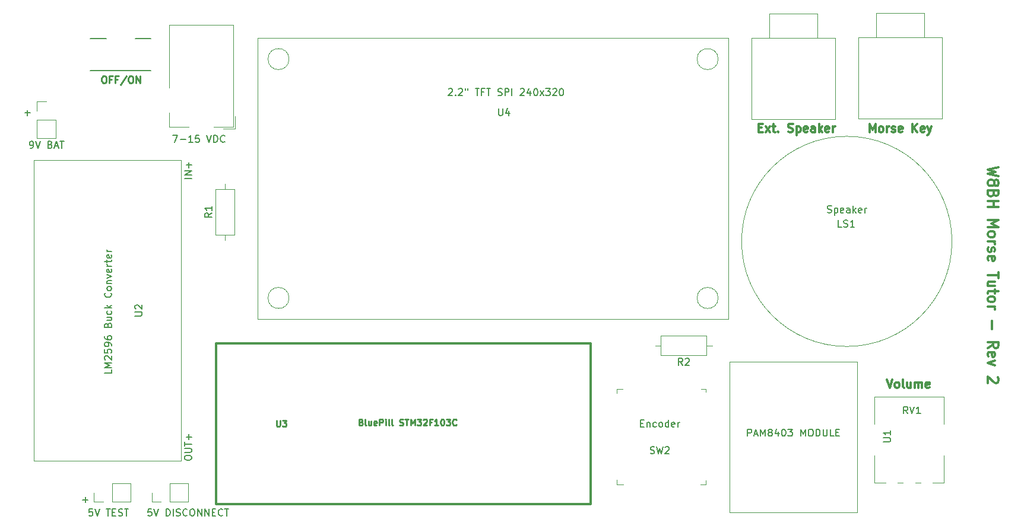
<source format=gbr>
G04 #@! TF.GenerationSoftware,KiCad,Pcbnew,(5.1.4)-1*
G04 #@! TF.CreationDate,2019-09-15T13:59:41-04:00*
G04 #@! TF.ProjectId,MorseTutor1,4d6f7273-6554-4757-946f-72312e6b6963,rev?*
G04 #@! TF.SameCoordinates,Original*
G04 #@! TF.FileFunction,Legend,Top*
G04 #@! TF.FilePolarity,Positive*
%FSLAX46Y46*%
G04 Gerber Fmt 4.6, Leading zero omitted, Abs format (unit mm)*
G04 Created by KiCad (PCBNEW (5.1.4)-1) date 2019-09-15 13:59:41*
%MOMM*%
%LPD*%
G04 APERTURE LIST*
%ADD10C,0.300000*%
%ADD11C,0.150000*%
%ADD12C,0.304800*%
%ADD13C,0.100000*%
%ADD14C,0.120000*%
%ADD15C,0.222250*%
%ADD16C,0.250000*%
G04 APERTURE END LIST*
D10*
X159385714Y-83842857D02*
X159785714Y-85042857D01*
X160185714Y-83842857D01*
X160757142Y-85042857D02*
X160642857Y-84985714D01*
X160585714Y-84928571D01*
X160528571Y-84814285D01*
X160528571Y-84471428D01*
X160585714Y-84357142D01*
X160642857Y-84300000D01*
X160757142Y-84242857D01*
X160928571Y-84242857D01*
X161042857Y-84300000D01*
X161100000Y-84357142D01*
X161157142Y-84471428D01*
X161157142Y-84814285D01*
X161100000Y-84928571D01*
X161042857Y-84985714D01*
X160928571Y-85042857D01*
X160757142Y-85042857D01*
X161842857Y-85042857D02*
X161728571Y-84985714D01*
X161671428Y-84871428D01*
X161671428Y-83842857D01*
X162814285Y-84242857D02*
X162814285Y-85042857D01*
X162300000Y-84242857D02*
X162300000Y-84871428D01*
X162357142Y-84985714D01*
X162471428Y-85042857D01*
X162642857Y-85042857D01*
X162757142Y-84985714D01*
X162814285Y-84928571D01*
X163385714Y-85042857D02*
X163385714Y-84242857D01*
X163385714Y-84357142D02*
X163442857Y-84300000D01*
X163557142Y-84242857D01*
X163728571Y-84242857D01*
X163842857Y-84300000D01*
X163900000Y-84414285D01*
X163900000Y-85042857D01*
X163900000Y-84414285D02*
X163957142Y-84300000D01*
X164071428Y-84242857D01*
X164242857Y-84242857D01*
X164357142Y-84300000D01*
X164414285Y-84414285D01*
X164414285Y-85042857D01*
X165442857Y-84985714D02*
X165328571Y-85042857D01*
X165100000Y-85042857D01*
X164985714Y-84985714D01*
X164928571Y-84871428D01*
X164928571Y-84414285D01*
X164985714Y-84300000D01*
X165100000Y-84242857D01*
X165328571Y-84242857D01*
X165442857Y-84300000D01*
X165500000Y-84414285D01*
X165500000Y-84528571D01*
X164928571Y-84642857D01*
X175321428Y-53571428D02*
X173821428Y-53928571D01*
X174892857Y-54214285D01*
X173821428Y-54500000D01*
X175321428Y-54857142D01*
X174678571Y-55642857D02*
X174750000Y-55500000D01*
X174821428Y-55428571D01*
X174964285Y-55357142D01*
X175035714Y-55357142D01*
X175178571Y-55428571D01*
X175250000Y-55500000D01*
X175321428Y-55642857D01*
X175321428Y-55928571D01*
X175250000Y-56071428D01*
X175178571Y-56142857D01*
X175035714Y-56214285D01*
X174964285Y-56214285D01*
X174821428Y-56142857D01*
X174750000Y-56071428D01*
X174678571Y-55928571D01*
X174678571Y-55642857D01*
X174607142Y-55500000D01*
X174535714Y-55428571D01*
X174392857Y-55357142D01*
X174107142Y-55357142D01*
X173964285Y-55428571D01*
X173892857Y-55500000D01*
X173821428Y-55642857D01*
X173821428Y-55928571D01*
X173892857Y-56071428D01*
X173964285Y-56142857D01*
X174107142Y-56214285D01*
X174392857Y-56214285D01*
X174535714Y-56142857D01*
X174607142Y-56071428D01*
X174678571Y-55928571D01*
X174607142Y-57357142D02*
X174535714Y-57571428D01*
X174464285Y-57642857D01*
X174321428Y-57714285D01*
X174107142Y-57714285D01*
X173964285Y-57642857D01*
X173892857Y-57571428D01*
X173821428Y-57428571D01*
X173821428Y-56857142D01*
X175321428Y-56857142D01*
X175321428Y-57357142D01*
X175250000Y-57500000D01*
X175178571Y-57571428D01*
X175035714Y-57642857D01*
X174892857Y-57642857D01*
X174750000Y-57571428D01*
X174678571Y-57500000D01*
X174607142Y-57357142D01*
X174607142Y-56857142D01*
X173821428Y-58357142D02*
X175321428Y-58357142D01*
X174607142Y-58357142D02*
X174607142Y-59214285D01*
X173821428Y-59214285D02*
X175321428Y-59214285D01*
X173821428Y-61071428D02*
X175321428Y-61071428D01*
X174250000Y-61571428D01*
X175321428Y-62071428D01*
X173821428Y-62071428D01*
X173821428Y-63000000D02*
X173892857Y-62857142D01*
X173964285Y-62785714D01*
X174107142Y-62714285D01*
X174535714Y-62714285D01*
X174678571Y-62785714D01*
X174750000Y-62857142D01*
X174821428Y-63000000D01*
X174821428Y-63214285D01*
X174750000Y-63357142D01*
X174678571Y-63428571D01*
X174535714Y-63500000D01*
X174107142Y-63500000D01*
X173964285Y-63428571D01*
X173892857Y-63357142D01*
X173821428Y-63214285D01*
X173821428Y-63000000D01*
X173821428Y-64142857D02*
X174821428Y-64142857D01*
X174535714Y-64142857D02*
X174678571Y-64214285D01*
X174750000Y-64285714D01*
X174821428Y-64428571D01*
X174821428Y-64571428D01*
X173892857Y-65000000D02*
X173821428Y-65142857D01*
X173821428Y-65428571D01*
X173892857Y-65571428D01*
X174035714Y-65642857D01*
X174107142Y-65642857D01*
X174250000Y-65571428D01*
X174321428Y-65428571D01*
X174321428Y-65214285D01*
X174392857Y-65071428D01*
X174535714Y-65000000D01*
X174607142Y-65000000D01*
X174750000Y-65071428D01*
X174821428Y-65214285D01*
X174821428Y-65428571D01*
X174750000Y-65571428D01*
X173892857Y-66857142D02*
X173821428Y-66714285D01*
X173821428Y-66428571D01*
X173892857Y-66285714D01*
X174035714Y-66214285D01*
X174607142Y-66214285D01*
X174750000Y-66285714D01*
X174821428Y-66428571D01*
X174821428Y-66714285D01*
X174750000Y-66857142D01*
X174607142Y-66928571D01*
X174464285Y-66928571D01*
X174321428Y-66214285D01*
X175321428Y-68500000D02*
X175321428Y-69357142D01*
X173821428Y-68928571D02*
X175321428Y-68928571D01*
X174821428Y-70500000D02*
X173821428Y-70500000D01*
X174821428Y-69857142D02*
X174035714Y-69857142D01*
X173892857Y-69928571D01*
X173821428Y-70071428D01*
X173821428Y-70285714D01*
X173892857Y-70428571D01*
X173964285Y-70500000D01*
X174821428Y-71000000D02*
X174821428Y-71571428D01*
X175321428Y-71214285D02*
X174035714Y-71214285D01*
X173892857Y-71285714D01*
X173821428Y-71428571D01*
X173821428Y-71571428D01*
X173821428Y-72285714D02*
X173892857Y-72142857D01*
X173964285Y-72071428D01*
X174107142Y-72000000D01*
X174535714Y-72000000D01*
X174678571Y-72071428D01*
X174750000Y-72142857D01*
X174821428Y-72285714D01*
X174821428Y-72500000D01*
X174750000Y-72642857D01*
X174678571Y-72714285D01*
X174535714Y-72785714D01*
X174107142Y-72785714D01*
X173964285Y-72714285D01*
X173892857Y-72642857D01*
X173821428Y-72500000D01*
X173821428Y-72285714D01*
X173821428Y-73428571D02*
X174821428Y-73428571D01*
X174535714Y-73428571D02*
X174678571Y-73500000D01*
X174750000Y-73571428D01*
X174821428Y-73714285D01*
X174821428Y-73857142D01*
X174392857Y-75500000D02*
X174392857Y-76642857D01*
X173821428Y-79357142D02*
X174535714Y-78857142D01*
X173821428Y-78500000D02*
X175321428Y-78500000D01*
X175321428Y-79071428D01*
X175250000Y-79214285D01*
X175178571Y-79285714D01*
X175035714Y-79357142D01*
X174821428Y-79357142D01*
X174678571Y-79285714D01*
X174607142Y-79214285D01*
X174535714Y-79071428D01*
X174535714Y-78500000D01*
X173892857Y-80571428D02*
X173821428Y-80428571D01*
X173821428Y-80142857D01*
X173892857Y-80000000D01*
X174035714Y-79928571D01*
X174607142Y-79928571D01*
X174750000Y-80000000D01*
X174821428Y-80142857D01*
X174821428Y-80428571D01*
X174750000Y-80571428D01*
X174607142Y-80642857D01*
X174464285Y-80642857D01*
X174321428Y-79928571D01*
X174821428Y-81142857D02*
X173821428Y-81500000D01*
X174821428Y-81857142D01*
X175178571Y-83500000D02*
X175250000Y-83571428D01*
X175321428Y-83714285D01*
X175321428Y-84071428D01*
X175250000Y-84214285D01*
X175178571Y-84285714D01*
X175035714Y-84357142D01*
X174892857Y-84357142D01*
X174678571Y-84285714D01*
X173821428Y-83428571D01*
X173821428Y-84357142D01*
D11*
X45465952Y-101036428D02*
X44704047Y-101036428D01*
X45085000Y-101417380D02*
X45085000Y-100655476D01*
X37210952Y-45791428D02*
X36449047Y-45791428D01*
X36830000Y-46172380D02*
X36830000Y-45410476D01*
D12*
X117140000Y-78660000D02*
X117140000Y-101660000D01*
X63740000Y-78660000D02*
X117140000Y-78660000D01*
X63740000Y-101660000D02*
X63740000Y-78660000D01*
X117140000Y-101660000D02*
X63740000Y-101660000D01*
D13*
X142650000Y-31600000D02*
X142650000Y-35100000D01*
X149450000Y-31600000D02*
X142650000Y-31600000D01*
X149450000Y-35100000D02*
X149450000Y-31600000D01*
X140050000Y-46700000D02*
X140050000Y-35100000D01*
X152050000Y-46700000D02*
X140050000Y-46700000D01*
X152050000Y-35100000D02*
X152050000Y-46700000D01*
X152050000Y-35100000D02*
X140050000Y-35100000D01*
X157890000Y-31500000D02*
X157890000Y-35000000D01*
X164690000Y-31500000D02*
X157890000Y-31500000D01*
X164690000Y-35000000D02*
X164690000Y-31500000D01*
X155290000Y-46600000D02*
X155290000Y-35000000D01*
X167290000Y-46600000D02*
X155290000Y-46600000D01*
X167290000Y-35000000D02*
X167290000Y-46600000D01*
X167290000Y-35000000D02*
X155290000Y-35000000D01*
X155150000Y-102825000D02*
X136950000Y-102825000D01*
X155150000Y-81325000D02*
X155150000Y-102825000D01*
X136950000Y-81325000D02*
X155150000Y-81325000D01*
X136950000Y-102825000D02*
X136950000Y-81325000D01*
D14*
X56995000Y-42190000D02*
X56995000Y-33190000D01*
X56995000Y-33190000D02*
X66195000Y-33190000D01*
X66195000Y-33190000D02*
X66195000Y-47790000D01*
X66195000Y-47790000D02*
X63395000Y-47790000D01*
X59795000Y-47790000D02*
X56995000Y-47790000D01*
X56995000Y-47790000D02*
X56995000Y-45790000D01*
X66435000Y-46290000D02*
X66435000Y-48030000D01*
X66435000Y-48030000D02*
X64695000Y-48030000D01*
X63630000Y-63190000D02*
X66370000Y-63190000D01*
X66370000Y-63190000D02*
X66370000Y-56650000D01*
X66370000Y-56650000D02*
X63630000Y-56650000D01*
X63630000Y-56650000D02*
X63630000Y-63190000D01*
X65000000Y-63960000D02*
X65000000Y-63190000D01*
X65000000Y-55880000D02*
X65000000Y-56650000D01*
X126380000Y-79000000D02*
X127150000Y-79000000D01*
X134460000Y-79000000D02*
X133690000Y-79000000D01*
X127150000Y-80370000D02*
X133690000Y-80370000D01*
X127150000Y-77630000D02*
X127150000Y-80370000D01*
X133690000Y-77630000D02*
X127150000Y-77630000D01*
X133690000Y-80370000D02*
X133690000Y-77630000D01*
D11*
X54370000Y-39765000D02*
X45770000Y-39765000D01*
X54370000Y-35165000D02*
X52170000Y-35165000D01*
X48070000Y-35165000D02*
X45770000Y-35165000D01*
D14*
X46295000Y-101330000D02*
X46295000Y-100000000D01*
X47625000Y-101330000D02*
X46295000Y-101330000D01*
X48895000Y-101330000D02*
X48895000Y-98670000D01*
X48895000Y-98670000D02*
X51495000Y-98670000D01*
X48895000Y-101330000D02*
X51495000Y-101330000D01*
X51495000Y-101330000D02*
X51495000Y-98670000D01*
X59750000Y-101330000D02*
X59750000Y-98670000D01*
X57150000Y-101330000D02*
X59750000Y-101330000D01*
X57150000Y-98670000D02*
X59750000Y-98670000D01*
X57150000Y-101330000D02*
X57150000Y-98670000D01*
X55880000Y-101330000D02*
X54550000Y-101330000D01*
X54550000Y-101330000D02*
X54550000Y-100000000D01*
X38170000Y-49370000D02*
X40830000Y-49370000D01*
X38170000Y-46770000D02*
X38170000Y-49370000D01*
X40830000Y-46770000D02*
X40830000Y-49370000D01*
X38170000Y-46770000D02*
X40830000Y-46770000D01*
X38170000Y-45500000D02*
X38170000Y-44170000D01*
X38170000Y-44170000D02*
X39500000Y-44170000D01*
D13*
X121775000Y-98825000D02*
X120825000Y-98825000D01*
X120825000Y-98825000D02*
X120825000Y-98150000D01*
X121675000Y-85175000D02*
X120825000Y-85175000D01*
X120825000Y-85175000D02*
X120825000Y-85850000D01*
X133575000Y-98250000D02*
X133575000Y-98825000D01*
X133575000Y-98825000D02*
X132775000Y-98825000D01*
X132875000Y-85175000D02*
X133575000Y-85175000D01*
X133575000Y-85175000D02*
X133575000Y-85675000D01*
X168670000Y-64135000D02*
G75*
G03X168670000Y-64135000I-15000000J0D01*
G01*
X58760000Y-52500000D02*
X58760000Y-95500000D01*
X58760000Y-95500000D02*
X37760000Y-95500000D01*
X37760000Y-95500000D02*
X37760000Y-52500000D01*
X37760000Y-52500000D02*
X58760000Y-52500000D01*
X69620000Y-35110000D02*
X136820000Y-35110000D01*
X136820000Y-35110000D02*
X136820000Y-75210000D01*
X136820000Y-75210000D02*
X69620000Y-75210000D01*
X69620000Y-75210000D02*
X69620000Y-35110000D01*
X74120000Y-38110000D02*
G75*
G03X74120000Y-38110000I-1500000J0D01*
G01*
X74120000Y-72210000D02*
G75*
G03X74120000Y-72210000I-1500000J0D01*
G01*
X135320000Y-38110000D02*
G75*
G03X135320000Y-38110000I-1500000J0D01*
G01*
X135320000Y-72210000D02*
G75*
G03X135320000Y-72210000I-1500000J0D01*
G01*
D14*
X157590000Y-98595000D02*
X157590000Y-94730000D01*
X157590000Y-90220000D02*
X157590000Y-86355000D01*
X167530000Y-98595000D02*
X167530000Y-94730000D01*
X167530000Y-90220000D02*
X167530000Y-86355000D01*
X157590000Y-98595000D02*
X159189000Y-98595000D01*
X160931000Y-98595000D02*
X161690000Y-98595000D01*
X163431000Y-98595000D02*
X164190000Y-98595000D01*
X165930000Y-98595000D02*
X167530000Y-98595000D01*
X157590000Y-86355000D02*
X167530000Y-86355000D01*
D11*
D15*
X72347666Y-89683166D02*
X72347666Y-90402833D01*
X72390000Y-90487500D01*
X72432333Y-90529833D01*
X72517000Y-90572166D01*
X72686333Y-90572166D01*
X72771000Y-90529833D01*
X72813333Y-90487500D01*
X72855666Y-90402833D01*
X72855666Y-89683166D01*
X73194333Y-89683166D02*
X73744666Y-89683166D01*
X73448333Y-90021833D01*
X73575333Y-90021833D01*
X73660000Y-90064166D01*
X73702333Y-90106500D01*
X73744666Y-90191166D01*
X73744666Y-90402833D01*
X73702333Y-90487500D01*
X73660000Y-90529833D01*
X73575333Y-90572166D01*
X73321333Y-90572166D01*
X73236666Y-90529833D01*
X73194333Y-90487500D01*
D12*
D15*
X84374833Y-89936500D02*
X84501833Y-89978833D01*
X84544166Y-90021166D01*
X84586500Y-90105833D01*
X84586500Y-90232833D01*
X84544166Y-90317500D01*
X84501833Y-90359833D01*
X84417166Y-90402166D01*
X84078500Y-90402166D01*
X84078500Y-89513166D01*
X84374833Y-89513166D01*
X84459500Y-89555500D01*
X84501833Y-89597833D01*
X84544166Y-89682500D01*
X84544166Y-89767166D01*
X84501833Y-89851833D01*
X84459500Y-89894166D01*
X84374833Y-89936500D01*
X84078500Y-89936500D01*
X85094500Y-90402166D02*
X85009833Y-90359833D01*
X84967500Y-90275166D01*
X84967500Y-89513166D01*
X85814166Y-89809500D02*
X85814166Y-90402166D01*
X85433166Y-89809500D02*
X85433166Y-90275166D01*
X85475500Y-90359833D01*
X85560166Y-90402166D01*
X85687166Y-90402166D01*
X85771833Y-90359833D01*
X85814166Y-90317500D01*
X86576166Y-90359833D02*
X86491500Y-90402166D01*
X86322166Y-90402166D01*
X86237500Y-90359833D01*
X86195166Y-90275166D01*
X86195166Y-89936500D01*
X86237500Y-89851833D01*
X86322166Y-89809500D01*
X86491500Y-89809500D01*
X86576166Y-89851833D01*
X86618500Y-89936500D01*
X86618500Y-90021166D01*
X86195166Y-90105833D01*
X86999500Y-90402166D02*
X86999500Y-89513166D01*
X87338166Y-89513166D01*
X87422833Y-89555500D01*
X87465166Y-89597833D01*
X87507500Y-89682500D01*
X87507500Y-89809500D01*
X87465166Y-89894166D01*
X87422833Y-89936500D01*
X87338166Y-89978833D01*
X86999500Y-89978833D01*
X87888500Y-90402166D02*
X87888500Y-89809500D01*
X87888500Y-89513166D02*
X87846166Y-89555500D01*
X87888500Y-89597833D01*
X87930833Y-89555500D01*
X87888500Y-89513166D01*
X87888500Y-89597833D01*
X88438833Y-90402166D02*
X88354166Y-90359833D01*
X88311833Y-90275166D01*
X88311833Y-89513166D01*
X88904500Y-90402166D02*
X88819833Y-90359833D01*
X88777500Y-90275166D01*
X88777500Y-89513166D01*
X89878166Y-90359833D02*
X90005166Y-90402166D01*
X90216833Y-90402166D01*
X90301500Y-90359833D01*
X90343833Y-90317500D01*
X90386166Y-90232833D01*
X90386166Y-90148166D01*
X90343833Y-90063500D01*
X90301500Y-90021166D01*
X90216833Y-89978833D01*
X90047500Y-89936500D01*
X89962833Y-89894166D01*
X89920500Y-89851833D01*
X89878166Y-89767166D01*
X89878166Y-89682500D01*
X89920500Y-89597833D01*
X89962833Y-89555500D01*
X90047500Y-89513166D01*
X90259166Y-89513166D01*
X90386166Y-89555500D01*
X90640166Y-89513166D02*
X91148166Y-89513166D01*
X90894166Y-90402166D02*
X90894166Y-89513166D01*
X91444500Y-90402166D02*
X91444500Y-89513166D01*
X91740833Y-90148166D01*
X92037166Y-89513166D01*
X92037166Y-90402166D01*
X92375833Y-89513166D02*
X92926166Y-89513166D01*
X92629833Y-89851833D01*
X92756833Y-89851833D01*
X92841500Y-89894166D01*
X92883833Y-89936500D01*
X92926166Y-90021166D01*
X92926166Y-90232833D01*
X92883833Y-90317500D01*
X92841500Y-90359833D01*
X92756833Y-90402166D01*
X92502833Y-90402166D01*
X92418166Y-90359833D01*
X92375833Y-90317500D01*
X93264833Y-89597833D02*
X93307166Y-89555500D01*
X93391833Y-89513166D01*
X93603500Y-89513166D01*
X93688166Y-89555500D01*
X93730500Y-89597833D01*
X93772833Y-89682500D01*
X93772833Y-89767166D01*
X93730500Y-89894166D01*
X93222500Y-90402166D01*
X93772833Y-90402166D01*
X94450166Y-89936500D02*
X94153833Y-89936500D01*
X94153833Y-90402166D02*
X94153833Y-89513166D01*
X94577166Y-89513166D01*
X95381500Y-90402166D02*
X94873500Y-90402166D01*
X95127500Y-90402166D02*
X95127500Y-89513166D01*
X95042833Y-89640166D01*
X94958166Y-89724833D01*
X94873500Y-89767166D01*
X95931833Y-89513166D02*
X96016500Y-89513166D01*
X96101166Y-89555500D01*
X96143500Y-89597833D01*
X96185833Y-89682500D01*
X96228166Y-89851833D01*
X96228166Y-90063500D01*
X96185833Y-90232833D01*
X96143500Y-90317500D01*
X96101166Y-90359833D01*
X96016500Y-90402166D01*
X95931833Y-90402166D01*
X95847166Y-90359833D01*
X95804833Y-90317500D01*
X95762500Y-90232833D01*
X95720166Y-90063500D01*
X95720166Y-89851833D01*
X95762500Y-89682500D01*
X95804833Y-89597833D01*
X95847166Y-89555500D01*
X95931833Y-89513166D01*
X96524500Y-89513166D02*
X97074833Y-89513166D01*
X96778500Y-89851833D01*
X96905500Y-89851833D01*
X96990166Y-89894166D01*
X97032500Y-89936500D01*
X97074833Y-90021166D01*
X97074833Y-90232833D01*
X97032500Y-90317500D01*
X96990166Y-90359833D01*
X96905500Y-90402166D01*
X96651500Y-90402166D01*
X96566833Y-90359833D01*
X96524500Y-90317500D01*
X97963833Y-90317500D02*
X97921500Y-90359833D01*
X97794500Y-90402166D01*
X97709833Y-90402166D01*
X97582833Y-90359833D01*
X97498166Y-90275166D01*
X97455833Y-90190500D01*
X97413500Y-90021166D01*
X97413500Y-89894166D01*
X97455833Y-89724833D01*
X97498166Y-89640166D01*
X97582833Y-89555500D01*
X97709833Y-89513166D01*
X97794500Y-89513166D01*
X97921500Y-89555500D01*
X97963833Y-89597833D01*
D11*
D10*
X141128571Y-47914285D02*
X141528571Y-47914285D01*
X141700000Y-48542857D02*
X141128571Y-48542857D01*
X141128571Y-47342857D01*
X141700000Y-47342857D01*
X142100000Y-48542857D02*
X142728571Y-47742857D01*
X142100000Y-47742857D02*
X142728571Y-48542857D01*
X143014285Y-47742857D02*
X143471428Y-47742857D01*
X143185714Y-47342857D02*
X143185714Y-48371428D01*
X143242857Y-48485714D01*
X143357142Y-48542857D01*
X143471428Y-48542857D01*
X143871428Y-48428571D02*
X143928571Y-48485714D01*
X143871428Y-48542857D01*
X143814285Y-48485714D01*
X143871428Y-48428571D01*
X143871428Y-48542857D01*
X145300000Y-48485714D02*
X145471428Y-48542857D01*
X145757142Y-48542857D01*
X145871428Y-48485714D01*
X145928571Y-48428571D01*
X145985714Y-48314285D01*
X145985714Y-48200000D01*
X145928571Y-48085714D01*
X145871428Y-48028571D01*
X145757142Y-47971428D01*
X145528571Y-47914285D01*
X145414285Y-47857142D01*
X145357142Y-47800000D01*
X145300000Y-47685714D01*
X145300000Y-47571428D01*
X145357142Y-47457142D01*
X145414285Y-47400000D01*
X145528571Y-47342857D01*
X145814285Y-47342857D01*
X145985714Y-47400000D01*
X146500000Y-47742857D02*
X146500000Y-48942857D01*
X146500000Y-47800000D02*
X146614285Y-47742857D01*
X146842857Y-47742857D01*
X146957142Y-47800000D01*
X147014285Y-47857142D01*
X147071428Y-47971428D01*
X147071428Y-48314285D01*
X147014285Y-48428571D01*
X146957142Y-48485714D01*
X146842857Y-48542857D01*
X146614285Y-48542857D01*
X146500000Y-48485714D01*
X148042857Y-48485714D02*
X147928571Y-48542857D01*
X147700000Y-48542857D01*
X147585714Y-48485714D01*
X147528571Y-48371428D01*
X147528571Y-47914285D01*
X147585714Y-47800000D01*
X147700000Y-47742857D01*
X147928571Y-47742857D01*
X148042857Y-47800000D01*
X148100000Y-47914285D01*
X148100000Y-48028571D01*
X147528571Y-48142857D01*
X149128571Y-48542857D02*
X149128571Y-47914285D01*
X149071428Y-47800000D01*
X148957142Y-47742857D01*
X148728571Y-47742857D01*
X148614285Y-47800000D01*
X149128571Y-48485714D02*
X149014285Y-48542857D01*
X148728571Y-48542857D01*
X148614285Y-48485714D01*
X148557142Y-48371428D01*
X148557142Y-48257142D01*
X148614285Y-48142857D01*
X148728571Y-48085714D01*
X149014285Y-48085714D01*
X149128571Y-48028571D01*
X149700000Y-48542857D02*
X149700000Y-47342857D01*
X149814285Y-48085714D02*
X150157142Y-48542857D01*
X150157142Y-47742857D02*
X149700000Y-48200000D01*
X151128571Y-48485714D02*
X151014285Y-48542857D01*
X150785714Y-48542857D01*
X150671428Y-48485714D01*
X150614285Y-48371428D01*
X150614285Y-47914285D01*
X150671428Y-47800000D01*
X150785714Y-47742857D01*
X151014285Y-47742857D01*
X151128571Y-47800000D01*
X151185714Y-47914285D01*
X151185714Y-48028571D01*
X150614285Y-48142857D01*
X151700000Y-48542857D02*
X151700000Y-47742857D01*
X151700000Y-47971428D02*
X151757142Y-47857142D01*
X151814285Y-47800000D01*
X151928571Y-47742857D01*
X152042857Y-47742857D01*
X156947142Y-48542857D02*
X156947142Y-47342857D01*
X157347142Y-48200000D01*
X157747142Y-47342857D01*
X157747142Y-48542857D01*
X158490000Y-48542857D02*
X158375714Y-48485714D01*
X158318571Y-48428571D01*
X158261428Y-48314285D01*
X158261428Y-47971428D01*
X158318571Y-47857142D01*
X158375714Y-47800000D01*
X158490000Y-47742857D01*
X158661428Y-47742857D01*
X158775714Y-47800000D01*
X158832857Y-47857142D01*
X158890000Y-47971428D01*
X158890000Y-48314285D01*
X158832857Y-48428571D01*
X158775714Y-48485714D01*
X158661428Y-48542857D01*
X158490000Y-48542857D01*
X159404285Y-48542857D02*
X159404285Y-47742857D01*
X159404285Y-47971428D02*
X159461428Y-47857142D01*
X159518571Y-47800000D01*
X159632857Y-47742857D01*
X159747142Y-47742857D01*
X160090000Y-48485714D02*
X160204285Y-48542857D01*
X160432857Y-48542857D01*
X160547142Y-48485714D01*
X160604285Y-48371428D01*
X160604285Y-48314285D01*
X160547142Y-48200000D01*
X160432857Y-48142857D01*
X160261428Y-48142857D01*
X160147142Y-48085714D01*
X160090000Y-47971428D01*
X160090000Y-47914285D01*
X160147142Y-47800000D01*
X160261428Y-47742857D01*
X160432857Y-47742857D01*
X160547142Y-47800000D01*
X161575714Y-48485714D02*
X161461428Y-48542857D01*
X161232857Y-48542857D01*
X161118571Y-48485714D01*
X161061428Y-48371428D01*
X161061428Y-47914285D01*
X161118571Y-47800000D01*
X161232857Y-47742857D01*
X161461428Y-47742857D01*
X161575714Y-47800000D01*
X161632857Y-47914285D01*
X161632857Y-48028571D01*
X161061428Y-48142857D01*
X163061428Y-48542857D02*
X163061428Y-47342857D01*
X163747142Y-48542857D02*
X163232857Y-47857142D01*
X163747142Y-47342857D02*
X163061428Y-48028571D01*
X164718571Y-48485714D02*
X164604285Y-48542857D01*
X164375714Y-48542857D01*
X164261428Y-48485714D01*
X164204285Y-48371428D01*
X164204285Y-47914285D01*
X164261428Y-47800000D01*
X164375714Y-47742857D01*
X164604285Y-47742857D01*
X164718571Y-47800000D01*
X164775714Y-47914285D01*
X164775714Y-48028571D01*
X164204285Y-48142857D01*
X165175714Y-47742857D02*
X165461428Y-48542857D01*
X165747142Y-47742857D02*
X165461428Y-48542857D01*
X165347142Y-48828571D01*
X165290000Y-48885714D01*
X165175714Y-48942857D01*
D11*
X158902380Y-92736904D02*
X159711904Y-92736904D01*
X159807142Y-92689285D01*
X159854761Y-92641666D01*
X159902380Y-92546428D01*
X159902380Y-92355952D01*
X159854761Y-92260714D01*
X159807142Y-92213095D01*
X159711904Y-92165476D01*
X158902380Y-92165476D01*
X159902380Y-91165476D02*
X159902380Y-91736904D01*
X159902380Y-91451190D02*
X158902380Y-91451190D01*
X159045238Y-91546428D01*
X159140476Y-91641666D01*
X159188095Y-91736904D01*
X139526190Y-91937380D02*
X139526190Y-90937380D01*
X139907142Y-90937380D01*
X140002380Y-90985000D01*
X140050000Y-91032619D01*
X140097619Y-91127857D01*
X140097619Y-91270714D01*
X140050000Y-91365952D01*
X140002380Y-91413571D01*
X139907142Y-91461190D01*
X139526190Y-91461190D01*
X140478571Y-91651666D02*
X140954761Y-91651666D01*
X140383333Y-91937380D02*
X140716666Y-90937380D01*
X141050000Y-91937380D01*
X141383333Y-91937380D02*
X141383333Y-90937380D01*
X141716666Y-91651666D01*
X142050000Y-90937380D01*
X142050000Y-91937380D01*
X142669047Y-91365952D02*
X142573809Y-91318333D01*
X142526190Y-91270714D01*
X142478571Y-91175476D01*
X142478571Y-91127857D01*
X142526190Y-91032619D01*
X142573809Y-90985000D01*
X142669047Y-90937380D01*
X142859523Y-90937380D01*
X142954761Y-90985000D01*
X143002380Y-91032619D01*
X143050000Y-91127857D01*
X143050000Y-91175476D01*
X143002380Y-91270714D01*
X142954761Y-91318333D01*
X142859523Y-91365952D01*
X142669047Y-91365952D01*
X142573809Y-91413571D01*
X142526190Y-91461190D01*
X142478571Y-91556428D01*
X142478571Y-91746904D01*
X142526190Y-91842142D01*
X142573809Y-91889761D01*
X142669047Y-91937380D01*
X142859523Y-91937380D01*
X142954761Y-91889761D01*
X143002380Y-91842142D01*
X143050000Y-91746904D01*
X143050000Y-91556428D01*
X143002380Y-91461190D01*
X142954761Y-91413571D01*
X142859523Y-91365952D01*
X143907142Y-91270714D02*
X143907142Y-91937380D01*
X143669047Y-90889761D02*
X143430952Y-91604047D01*
X144050000Y-91604047D01*
X144621428Y-90937380D02*
X144716666Y-90937380D01*
X144811904Y-90985000D01*
X144859523Y-91032619D01*
X144907142Y-91127857D01*
X144954761Y-91318333D01*
X144954761Y-91556428D01*
X144907142Y-91746904D01*
X144859523Y-91842142D01*
X144811904Y-91889761D01*
X144716666Y-91937380D01*
X144621428Y-91937380D01*
X144526190Y-91889761D01*
X144478571Y-91842142D01*
X144430952Y-91746904D01*
X144383333Y-91556428D01*
X144383333Y-91318333D01*
X144430952Y-91127857D01*
X144478571Y-91032619D01*
X144526190Y-90985000D01*
X144621428Y-90937380D01*
X145288095Y-90937380D02*
X145907142Y-90937380D01*
X145573809Y-91318333D01*
X145716666Y-91318333D01*
X145811904Y-91365952D01*
X145859523Y-91413571D01*
X145907142Y-91508809D01*
X145907142Y-91746904D01*
X145859523Y-91842142D01*
X145811904Y-91889761D01*
X145716666Y-91937380D01*
X145430952Y-91937380D01*
X145335714Y-91889761D01*
X145288095Y-91842142D01*
X147097619Y-91937380D02*
X147097619Y-90937380D01*
X147430952Y-91651666D01*
X147764285Y-90937380D01*
X147764285Y-91937380D01*
X148430952Y-90937380D02*
X148621428Y-90937380D01*
X148716666Y-90985000D01*
X148811904Y-91080238D01*
X148859523Y-91270714D01*
X148859523Y-91604047D01*
X148811904Y-91794523D01*
X148716666Y-91889761D01*
X148621428Y-91937380D01*
X148430952Y-91937380D01*
X148335714Y-91889761D01*
X148240476Y-91794523D01*
X148192857Y-91604047D01*
X148192857Y-91270714D01*
X148240476Y-91080238D01*
X148335714Y-90985000D01*
X148430952Y-90937380D01*
X149288095Y-91937380D02*
X149288095Y-90937380D01*
X149526190Y-90937380D01*
X149669047Y-90985000D01*
X149764285Y-91080238D01*
X149811904Y-91175476D01*
X149859523Y-91365952D01*
X149859523Y-91508809D01*
X149811904Y-91699285D01*
X149764285Y-91794523D01*
X149669047Y-91889761D01*
X149526190Y-91937380D01*
X149288095Y-91937380D01*
X150288095Y-90937380D02*
X150288095Y-91746904D01*
X150335714Y-91842142D01*
X150383333Y-91889761D01*
X150478571Y-91937380D01*
X150669047Y-91937380D01*
X150764285Y-91889761D01*
X150811904Y-91842142D01*
X150859523Y-91746904D01*
X150859523Y-90937380D01*
X151811904Y-91937380D02*
X151335714Y-91937380D01*
X151335714Y-90937380D01*
X152145238Y-91413571D02*
X152478571Y-91413571D01*
X152621428Y-91937380D02*
X152145238Y-91937380D01*
X152145238Y-90937380D01*
X152621428Y-90937380D01*
X57570714Y-48982380D02*
X58237380Y-48982380D01*
X57808809Y-49982380D01*
X58618333Y-49601428D02*
X59380238Y-49601428D01*
X60380238Y-49982380D02*
X59808809Y-49982380D01*
X60094523Y-49982380D02*
X60094523Y-48982380D01*
X59999285Y-49125238D01*
X59904047Y-49220476D01*
X59808809Y-49268095D01*
X61285000Y-48982380D02*
X60808809Y-48982380D01*
X60761190Y-49458571D01*
X60808809Y-49410952D01*
X60904047Y-49363333D01*
X61142142Y-49363333D01*
X61237380Y-49410952D01*
X61285000Y-49458571D01*
X61332619Y-49553809D01*
X61332619Y-49791904D01*
X61285000Y-49887142D01*
X61237380Y-49934761D01*
X61142142Y-49982380D01*
X60904047Y-49982380D01*
X60808809Y-49934761D01*
X60761190Y-49887142D01*
X62380238Y-48982380D02*
X62713571Y-49982380D01*
X63046904Y-48982380D01*
X63380238Y-49982380D02*
X63380238Y-48982380D01*
X63618333Y-48982380D01*
X63761190Y-49030000D01*
X63856428Y-49125238D01*
X63904047Y-49220476D01*
X63951666Y-49410952D01*
X63951666Y-49553809D01*
X63904047Y-49744285D01*
X63856428Y-49839523D01*
X63761190Y-49934761D01*
X63618333Y-49982380D01*
X63380238Y-49982380D01*
X64951666Y-49887142D02*
X64904047Y-49934761D01*
X64761190Y-49982380D01*
X64665952Y-49982380D01*
X64523095Y-49934761D01*
X64427857Y-49839523D01*
X64380238Y-49744285D01*
X64332619Y-49553809D01*
X64332619Y-49410952D01*
X64380238Y-49220476D01*
X64427857Y-49125238D01*
X64523095Y-49030000D01*
X64665952Y-48982380D01*
X64761190Y-48982380D01*
X64904047Y-49030000D01*
X64951666Y-49077619D01*
X63082380Y-60086666D02*
X62606190Y-60420000D01*
X63082380Y-60658095D02*
X62082380Y-60658095D01*
X62082380Y-60277142D01*
X62130000Y-60181904D01*
X62177619Y-60134285D01*
X62272857Y-60086666D01*
X62415714Y-60086666D01*
X62510952Y-60134285D01*
X62558571Y-60181904D01*
X62606190Y-60277142D01*
X62606190Y-60658095D01*
X63082380Y-59134285D02*
X63082380Y-59705714D01*
X63082380Y-59420000D02*
X62082380Y-59420000D01*
X62225238Y-59515238D01*
X62320476Y-59610476D01*
X62368095Y-59705714D01*
X130253333Y-81822380D02*
X129920000Y-81346190D01*
X129681904Y-81822380D02*
X129681904Y-80822380D01*
X130062857Y-80822380D01*
X130158095Y-80870000D01*
X130205714Y-80917619D01*
X130253333Y-81012857D01*
X130253333Y-81155714D01*
X130205714Y-81250952D01*
X130158095Y-81298571D01*
X130062857Y-81346190D01*
X129681904Y-81346190D01*
X130634285Y-80917619D02*
X130681904Y-80870000D01*
X130777142Y-80822380D01*
X131015238Y-80822380D01*
X131110476Y-80870000D01*
X131158095Y-80917619D01*
X131205714Y-81012857D01*
X131205714Y-81108095D01*
X131158095Y-81250952D01*
X130586666Y-81822380D01*
X131205714Y-81822380D01*
D16*
X47641190Y-40517380D02*
X47831666Y-40517380D01*
X47926904Y-40565000D01*
X48022142Y-40660238D01*
X48069761Y-40850714D01*
X48069761Y-41184047D01*
X48022142Y-41374523D01*
X47926904Y-41469761D01*
X47831666Y-41517380D01*
X47641190Y-41517380D01*
X47545952Y-41469761D01*
X47450714Y-41374523D01*
X47403095Y-41184047D01*
X47403095Y-40850714D01*
X47450714Y-40660238D01*
X47545952Y-40565000D01*
X47641190Y-40517380D01*
X48831666Y-40993571D02*
X48498333Y-40993571D01*
X48498333Y-41517380D02*
X48498333Y-40517380D01*
X48974523Y-40517380D01*
X49688809Y-40993571D02*
X49355476Y-40993571D01*
X49355476Y-41517380D02*
X49355476Y-40517380D01*
X49831666Y-40517380D01*
X50926904Y-40469761D02*
X50069761Y-41755476D01*
X51450714Y-40517380D02*
X51641190Y-40517380D01*
X51736428Y-40565000D01*
X51831666Y-40660238D01*
X51879285Y-40850714D01*
X51879285Y-41184047D01*
X51831666Y-41374523D01*
X51736428Y-41469761D01*
X51641190Y-41517380D01*
X51450714Y-41517380D01*
X51355476Y-41469761D01*
X51260238Y-41374523D01*
X51212619Y-41184047D01*
X51212619Y-40850714D01*
X51260238Y-40660238D01*
X51355476Y-40565000D01*
X51450714Y-40517380D01*
X52307857Y-41517380D02*
X52307857Y-40517380D01*
X52879285Y-41517380D01*
X52879285Y-40517380D01*
D11*
X46083095Y-102322380D02*
X45606904Y-102322380D01*
X45559285Y-102798571D01*
X45606904Y-102750952D01*
X45702142Y-102703333D01*
X45940238Y-102703333D01*
X46035476Y-102750952D01*
X46083095Y-102798571D01*
X46130714Y-102893809D01*
X46130714Y-103131904D01*
X46083095Y-103227142D01*
X46035476Y-103274761D01*
X45940238Y-103322380D01*
X45702142Y-103322380D01*
X45606904Y-103274761D01*
X45559285Y-103227142D01*
X46416428Y-102322380D02*
X46749761Y-103322380D01*
X47083095Y-102322380D01*
X48035476Y-102322380D02*
X48606904Y-102322380D01*
X48321190Y-103322380D02*
X48321190Y-102322380D01*
X48940238Y-102798571D02*
X49273571Y-102798571D01*
X49416428Y-103322380D02*
X48940238Y-103322380D01*
X48940238Y-102322380D01*
X49416428Y-102322380D01*
X49797380Y-103274761D02*
X49940238Y-103322380D01*
X50178333Y-103322380D01*
X50273571Y-103274761D01*
X50321190Y-103227142D01*
X50368809Y-103131904D01*
X50368809Y-103036666D01*
X50321190Y-102941428D01*
X50273571Y-102893809D01*
X50178333Y-102846190D01*
X49987857Y-102798571D01*
X49892619Y-102750952D01*
X49845000Y-102703333D01*
X49797380Y-102608095D01*
X49797380Y-102512857D01*
X49845000Y-102417619D01*
X49892619Y-102370000D01*
X49987857Y-102322380D01*
X50225952Y-102322380D01*
X50368809Y-102370000D01*
X50654523Y-102322380D02*
X51225952Y-102322380D01*
X50940238Y-103322380D02*
X50940238Y-102322380D01*
X54499523Y-102322380D02*
X54023333Y-102322380D01*
X53975714Y-102798571D01*
X54023333Y-102750952D01*
X54118571Y-102703333D01*
X54356666Y-102703333D01*
X54451904Y-102750952D01*
X54499523Y-102798571D01*
X54547142Y-102893809D01*
X54547142Y-103131904D01*
X54499523Y-103227142D01*
X54451904Y-103274761D01*
X54356666Y-103322380D01*
X54118571Y-103322380D01*
X54023333Y-103274761D01*
X53975714Y-103227142D01*
X54832857Y-102322380D02*
X55166190Y-103322380D01*
X55499523Y-102322380D01*
X56594761Y-103322380D02*
X56594761Y-102322380D01*
X56832857Y-102322380D01*
X56975714Y-102370000D01*
X57070952Y-102465238D01*
X57118571Y-102560476D01*
X57166190Y-102750952D01*
X57166190Y-102893809D01*
X57118571Y-103084285D01*
X57070952Y-103179523D01*
X56975714Y-103274761D01*
X56832857Y-103322380D01*
X56594761Y-103322380D01*
X57594761Y-103322380D02*
X57594761Y-102322380D01*
X58023333Y-103274761D02*
X58166190Y-103322380D01*
X58404285Y-103322380D01*
X58499523Y-103274761D01*
X58547142Y-103227142D01*
X58594761Y-103131904D01*
X58594761Y-103036666D01*
X58547142Y-102941428D01*
X58499523Y-102893809D01*
X58404285Y-102846190D01*
X58213809Y-102798571D01*
X58118571Y-102750952D01*
X58070952Y-102703333D01*
X58023333Y-102608095D01*
X58023333Y-102512857D01*
X58070952Y-102417619D01*
X58118571Y-102370000D01*
X58213809Y-102322380D01*
X58451904Y-102322380D01*
X58594761Y-102370000D01*
X59594761Y-103227142D02*
X59547142Y-103274761D01*
X59404285Y-103322380D01*
X59309047Y-103322380D01*
X59166190Y-103274761D01*
X59070952Y-103179523D01*
X59023333Y-103084285D01*
X58975714Y-102893809D01*
X58975714Y-102750952D01*
X59023333Y-102560476D01*
X59070952Y-102465238D01*
X59166190Y-102370000D01*
X59309047Y-102322380D01*
X59404285Y-102322380D01*
X59547142Y-102370000D01*
X59594761Y-102417619D01*
X60213809Y-102322380D02*
X60404285Y-102322380D01*
X60499523Y-102370000D01*
X60594761Y-102465238D01*
X60642380Y-102655714D01*
X60642380Y-102989047D01*
X60594761Y-103179523D01*
X60499523Y-103274761D01*
X60404285Y-103322380D01*
X60213809Y-103322380D01*
X60118571Y-103274761D01*
X60023333Y-103179523D01*
X59975714Y-102989047D01*
X59975714Y-102655714D01*
X60023333Y-102465238D01*
X60118571Y-102370000D01*
X60213809Y-102322380D01*
X61070952Y-103322380D02*
X61070952Y-102322380D01*
X61642380Y-103322380D01*
X61642380Y-102322380D01*
X62118571Y-103322380D02*
X62118571Y-102322380D01*
X62690000Y-103322380D01*
X62690000Y-102322380D01*
X63166190Y-102798571D02*
X63499523Y-102798571D01*
X63642380Y-103322380D02*
X63166190Y-103322380D01*
X63166190Y-102322380D01*
X63642380Y-102322380D01*
X64642380Y-103227142D02*
X64594761Y-103274761D01*
X64451904Y-103322380D01*
X64356666Y-103322380D01*
X64213809Y-103274761D01*
X64118571Y-103179523D01*
X64070952Y-103084285D01*
X64023333Y-102893809D01*
X64023333Y-102750952D01*
X64070952Y-102560476D01*
X64118571Y-102465238D01*
X64213809Y-102370000D01*
X64356666Y-102322380D01*
X64451904Y-102322380D01*
X64594761Y-102370000D01*
X64642380Y-102417619D01*
X64928095Y-102322380D02*
X65499523Y-102322380D01*
X65213809Y-103322380D02*
X65213809Y-102322380D01*
X37190476Y-50822380D02*
X37380952Y-50822380D01*
X37476190Y-50774761D01*
X37523809Y-50727142D01*
X37619047Y-50584285D01*
X37666666Y-50393809D01*
X37666666Y-50012857D01*
X37619047Y-49917619D01*
X37571428Y-49870000D01*
X37476190Y-49822380D01*
X37285714Y-49822380D01*
X37190476Y-49870000D01*
X37142857Y-49917619D01*
X37095238Y-50012857D01*
X37095238Y-50250952D01*
X37142857Y-50346190D01*
X37190476Y-50393809D01*
X37285714Y-50441428D01*
X37476190Y-50441428D01*
X37571428Y-50393809D01*
X37619047Y-50346190D01*
X37666666Y-50250952D01*
X37952380Y-49822380D02*
X38285714Y-50822380D01*
X38619047Y-49822380D01*
X40047619Y-50298571D02*
X40190476Y-50346190D01*
X40238095Y-50393809D01*
X40285714Y-50489047D01*
X40285714Y-50631904D01*
X40238095Y-50727142D01*
X40190476Y-50774761D01*
X40095238Y-50822380D01*
X39714285Y-50822380D01*
X39714285Y-49822380D01*
X40047619Y-49822380D01*
X40142857Y-49870000D01*
X40190476Y-49917619D01*
X40238095Y-50012857D01*
X40238095Y-50108095D01*
X40190476Y-50203333D01*
X40142857Y-50250952D01*
X40047619Y-50298571D01*
X39714285Y-50298571D01*
X40666666Y-50536666D02*
X41142857Y-50536666D01*
X40571428Y-50822380D02*
X40904761Y-49822380D01*
X41238095Y-50822380D01*
X41428571Y-49822380D02*
X42000000Y-49822380D01*
X41714285Y-50822380D02*
X41714285Y-49822380D01*
X125666666Y-94384761D02*
X125809523Y-94432380D01*
X126047619Y-94432380D01*
X126142857Y-94384761D01*
X126190476Y-94337142D01*
X126238095Y-94241904D01*
X126238095Y-94146666D01*
X126190476Y-94051428D01*
X126142857Y-94003809D01*
X126047619Y-93956190D01*
X125857142Y-93908571D01*
X125761904Y-93860952D01*
X125714285Y-93813333D01*
X125666666Y-93718095D01*
X125666666Y-93622857D01*
X125714285Y-93527619D01*
X125761904Y-93480000D01*
X125857142Y-93432380D01*
X126095238Y-93432380D01*
X126238095Y-93480000D01*
X126571428Y-93432380D02*
X126809523Y-94432380D01*
X127000000Y-93718095D01*
X127190476Y-94432380D01*
X127428571Y-93432380D01*
X127761904Y-93527619D02*
X127809523Y-93480000D01*
X127904761Y-93432380D01*
X128142857Y-93432380D01*
X128238095Y-93480000D01*
X128285714Y-93527619D01*
X128333333Y-93622857D01*
X128333333Y-93718095D01*
X128285714Y-93860952D01*
X127714285Y-94432380D01*
X128333333Y-94432380D01*
X124261904Y-90098571D02*
X124595238Y-90098571D01*
X124738095Y-90622380D02*
X124261904Y-90622380D01*
X124261904Y-89622380D01*
X124738095Y-89622380D01*
X125166666Y-89955714D02*
X125166666Y-90622380D01*
X125166666Y-90050952D02*
X125214285Y-90003333D01*
X125309523Y-89955714D01*
X125452380Y-89955714D01*
X125547619Y-90003333D01*
X125595238Y-90098571D01*
X125595238Y-90622380D01*
X126500000Y-90574761D02*
X126404761Y-90622380D01*
X126214285Y-90622380D01*
X126119047Y-90574761D01*
X126071428Y-90527142D01*
X126023809Y-90431904D01*
X126023809Y-90146190D01*
X126071428Y-90050952D01*
X126119047Y-90003333D01*
X126214285Y-89955714D01*
X126404761Y-89955714D01*
X126500000Y-90003333D01*
X127071428Y-90622380D02*
X126976190Y-90574761D01*
X126928571Y-90527142D01*
X126880952Y-90431904D01*
X126880952Y-90146190D01*
X126928571Y-90050952D01*
X126976190Y-90003333D01*
X127071428Y-89955714D01*
X127214285Y-89955714D01*
X127309523Y-90003333D01*
X127357142Y-90050952D01*
X127404761Y-90146190D01*
X127404761Y-90431904D01*
X127357142Y-90527142D01*
X127309523Y-90574761D01*
X127214285Y-90622380D01*
X127071428Y-90622380D01*
X128261904Y-90622380D02*
X128261904Y-89622380D01*
X128261904Y-90574761D02*
X128166666Y-90622380D01*
X127976190Y-90622380D01*
X127880952Y-90574761D01*
X127833333Y-90527142D01*
X127785714Y-90431904D01*
X127785714Y-90146190D01*
X127833333Y-90050952D01*
X127880952Y-90003333D01*
X127976190Y-89955714D01*
X128166666Y-89955714D01*
X128261904Y-90003333D01*
X129119047Y-90574761D02*
X129023809Y-90622380D01*
X128833333Y-90622380D01*
X128738095Y-90574761D01*
X128690476Y-90479523D01*
X128690476Y-90098571D01*
X128738095Y-90003333D01*
X128833333Y-89955714D01*
X129023809Y-89955714D01*
X129119047Y-90003333D01*
X129166666Y-90098571D01*
X129166666Y-90193809D01*
X128690476Y-90289047D01*
X129595238Y-90622380D02*
X129595238Y-89955714D01*
X129595238Y-90146190D02*
X129642857Y-90050952D01*
X129690476Y-90003333D01*
X129785714Y-89955714D01*
X129880952Y-89955714D01*
X152947142Y-62087380D02*
X152470952Y-62087380D01*
X152470952Y-61087380D01*
X153232857Y-62039761D02*
X153375714Y-62087380D01*
X153613809Y-62087380D01*
X153709047Y-62039761D01*
X153756666Y-61992142D01*
X153804285Y-61896904D01*
X153804285Y-61801666D01*
X153756666Y-61706428D01*
X153709047Y-61658809D01*
X153613809Y-61611190D01*
X153423333Y-61563571D01*
X153328095Y-61515952D01*
X153280476Y-61468333D01*
X153232857Y-61373095D01*
X153232857Y-61277857D01*
X153280476Y-61182619D01*
X153328095Y-61135000D01*
X153423333Y-61087380D01*
X153661428Y-61087380D01*
X153804285Y-61135000D01*
X154756666Y-62087380D02*
X154185238Y-62087380D01*
X154470952Y-62087380D02*
X154470952Y-61087380D01*
X154375714Y-61230238D01*
X154280476Y-61325476D01*
X154185238Y-61373095D01*
X150908095Y-59999761D02*
X151050952Y-60047380D01*
X151289047Y-60047380D01*
X151384285Y-59999761D01*
X151431904Y-59952142D01*
X151479523Y-59856904D01*
X151479523Y-59761666D01*
X151431904Y-59666428D01*
X151384285Y-59618809D01*
X151289047Y-59571190D01*
X151098571Y-59523571D01*
X151003333Y-59475952D01*
X150955714Y-59428333D01*
X150908095Y-59333095D01*
X150908095Y-59237857D01*
X150955714Y-59142619D01*
X151003333Y-59095000D01*
X151098571Y-59047380D01*
X151336666Y-59047380D01*
X151479523Y-59095000D01*
X151908095Y-59380714D02*
X151908095Y-60380714D01*
X151908095Y-59428333D02*
X152003333Y-59380714D01*
X152193809Y-59380714D01*
X152289047Y-59428333D01*
X152336666Y-59475952D01*
X152384285Y-59571190D01*
X152384285Y-59856904D01*
X152336666Y-59952142D01*
X152289047Y-59999761D01*
X152193809Y-60047380D01*
X152003333Y-60047380D01*
X151908095Y-59999761D01*
X153193809Y-59999761D02*
X153098571Y-60047380D01*
X152908095Y-60047380D01*
X152812857Y-59999761D01*
X152765238Y-59904523D01*
X152765238Y-59523571D01*
X152812857Y-59428333D01*
X152908095Y-59380714D01*
X153098571Y-59380714D01*
X153193809Y-59428333D01*
X153241428Y-59523571D01*
X153241428Y-59618809D01*
X152765238Y-59714047D01*
X154098571Y-60047380D02*
X154098571Y-59523571D01*
X154050952Y-59428333D01*
X153955714Y-59380714D01*
X153765238Y-59380714D01*
X153670000Y-59428333D01*
X154098571Y-59999761D02*
X154003333Y-60047380D01*
X153765238Y-60047380D01*
X153670000Y-59999761D01*
X153622380Y-59904523D01*
X153622380Y-59809285D01*
X153670000Y-59714047D01*
X153765238Y-59666428D01*
X154003333Y-59666428D01*
X154098571Y-59618809D01*
X154574761Y-60047380D02*
X154574761Y-59047380D01*
X154670000Y-59666428D02*
X154955714Y-60047380D01*
X154955714Y-59380714D02*
X154574761Y-59761666D01*
X155765238Y-59999761D02*
X155670000Y-60047380D01*
X155479523Y-60047380D01*
X155384285Y-59999761D01*
X155336666Y-59904523D01*
X155336666Y-59523571D01*
X155384285Y-59428333D01*
X155479523Y-59380714D01*
X155670000Y-59380714D01*
X155765238Y-59428333D01*
X155812857Y-59523571D01*
X155812857Y-59618809D01*
X155336666Y-59714047D01*
X156241428Y-60047380D02*
X156241428Y-59380714D01*
X156241428Y-59571190D02*
X156289047Y-59475952D01*
X156336666Y-59428333D01*
X156431904Y-59380714D01*
X156527142Y-59380714D01*
X52157380Y-74761904D02*
X52966904Y-74761904D01*
X53062142Y-74714285D01*
X53109761Y-74666666D01*
X53157380Y-74571428D01*
X53157380Y-74380952D01*
X53109761Y-74285714D01*
X53062142Y-74238095D01*
X52966904Y-74190476D01*
X52157380Y-74190476D01*
X52252619Y-73761904D02*
X52205000Y-73714285D01*
X52157380Y-73619047D01*
X52157380Y-73380952D01*
X52205000Y-73285714D01*
X52252619Y-73238095D01*
X52347857Y-73190476D01*
X52443095Y-73190476D01*
X52585952Y-73238095D01*
X53157380Y-73809523D01*
X53157380Y-73190476D01*
X60212380Y-55142857D02*
X59212380Y-55142857D01*
X60212380Y-54666666D02*
X59212380Y-54666666D01*
X60212380Y-54095238D01*
X59212380Y-54095238D01*
X59831428Y-53619047D02*
X59831428Y-52857142D01*
X60212380Y-53238095D02*
X59450476Y-53238095D01*
X59212380Y-95119047D02*
X59212380Y-94928571D01*
X59260000Y-94833333D01*
X59355238Y-94738095D01*
X59545714Y-94690476D01*
X59879047Y-94690476D01*
X60069523Y-94738095D01*
X60164761Y-94833333D01*
X60212380Y-94928571D01*
X60212380Y-95119047D01*
X60164761Y-95214285D01*
X60069523Y-95309523D01*
X59879047Y-95357142D01*
X59545714Y-95357142D01*
X59355238Y-95309523D01*
X59260000Y-95214285D01*
X59212380Y-95119047D01*
X59212380Y-94261904D02*
X60021904Y-94261904D01*
X60117142Y-94214285D01*
X60164761Y-94166666D01*
X60212380Y-94071428D01*
X60212380Y-93880952D01*
X60164761Y-93785714D01*
X60117142Y-93738095D01*
X60021904Y-93690476D01*
X59212380Y-93690476D01*
X59212380Y-93357142D02*
X59212380Y-92785714D01*
X60212380Y-93071428D02*
X59212380Y-93071428D01*
X59831428Y-92452380D02*
X59831428Y-91690476D01*
X60212380Y-92071428D02*
X59450476Y-92071428D01*
X48812380Y-82461904D02*
X48812380Y-82938095D01*
X47812380Y-82938095D01*
X48812380Y-82128571D02*
X47812380Y-82128571D01*
X48526666Y-81795238D01*
X47812380Y-81461904D01*
X48812380Y-81461904D01*
X47907619Y-81033333D02*
X47860000Y-80985714D01*
X47812380Y-80890476D01*
X47812380Y-80652380D01*
X47860000Y-80557142D01*
X47907619Y-80509523D01*
X48002857Y-80461904D01*
X48098095Y-80461904D01*
X48240952Y-80509523D01*
X48812380Y-81080952D01*
X48812380Y-80461904D01*
X47812380Y-79557142D02*
X47812380Y-80033333D01*
X48288571Y-80080952D01*
X48240952Y-80033333D01*
X48193333Y-79938095D01*
X48193333Y-79700000D01*
X48240952Y-79604761D01*
X48288571Y-79557142D01*
X48383809Y-79509523D01*
X48621904Y-79509523D01*
X48717142Y-79557142D01*
X48764761Y-79604761D01*
X48812380Y-79700000D01*
X48812380Y-79938095D01*
X48764761Y-80033333D01*
X48717142Y-80080952D01*
X48812380Y-79033333D02*
X48812380Y-78842857D01*
X48764761Y-78747619D01*
X48717142Y-78700000D01*
X48574285Y-78604761D01*
X48383809Y-78557142D01*
X48002857Y-78557142D01*
X47907619Y-78604761D01*
X47860000Y-78652380D01*
X47812380Y-78747619D01*
X47812380Y-78938095D01*
X47860000Y-79033333D01*
X47907619Y-79080952D01*
X48002857Y-79128571D01*
X48240952Y-79128571D01*
X48336190Y-79080952D01*
X48383809Y-79033333D01*
X48431428Y-78938095D01*
X48431428Y-78747619D01*
X48383809Y-78652380D01*
X48336190Y-78604761D01*
X48240952Y-78557142D01*
X47812380Y-77700000D02*
X47812380Y-77890476D01*
X47860000Y-77985714D01*
X47907619Y-78033333D01*
X48050476Y-78128571D01*
X48240952Y-78176190D01*
X48621904Y-78176190D01*
X48717142Y-78128571D01*
X48764761Y-78080952D01*
X48812380Y-77985714D01*
X48812380Y-77795238D01*
X48764761Y-77700000D01*
X48717142Y-77652380D01*
X48621904Y-77604761D01*
X48383809Y-77604761D01*
X48288571Y-77652380D01*
X48240952Y-77700000D01*
X48193333Y-77795238D01*
X48193333Y-77985714D01*
X48240952Y-78080952D01*
X48288571Y-78128571D01*
X48383809Y-78176190D01*
X48288571Y-76080952D02*
X48336190Y-75938095D01*
X48383809Y-75890476D01*
X48479047Y-75842857D01*
X48621904Y-75842857D01*
X48717142Y-75890476D01*
X48764761Y-75938095D01*
X48812380Y-76033333D01*
X48812380Y-76414285D01*
X47812380Y-76414285D01*
X47812380Y-76080952D01*
X47860000Y-75985714D01*
X47907619Y-75938095D01*
X48002857Y-75890476D01*
X48098095Y-75890476D01*
X48193333Y-75938095D01*
X48240952Y-75985714D01*
X48288571Y-76080952D01*
X48288571Y-76414285D01*
X48145714Y-74985714D02*
X48812380Y-74985714D01*
X48145714Y-75414285D02*
X48669523Y-75414285D01*
X48764761Y-75366666D01*
X48812380Y-75271428D01*
X48812380Y-75128571D01*
X48764761Y-75033333D01*
X48717142Y-74985714D01*
X48764761Y-74080952D02*
X48812380Y-74176190D01*
X48812380Y-74366666D01*
X48764761Y-74461904D01*
X48717142Y-74509523D01*
X48621904Y-74557142D01*
X48336190Y-74557142D01*
X48240952Y-74509523D01*
X48193333Y-74461904D01*
X48145714Y-74366666D01*
X48145714Y-74176190D01*
X48193333Y-74080952D01*
X48812380Y-73652380D02*
X47812380Y-73652380D01*
X48431428Y-73557142D02*
X48812380Y-73271428D01*
X48145714Y-73271428D02*
X48526666Y-73652380D01*
X48717142Y-71509523D02*
X48764761Y-71557142D01*
X48812380Y-71700000D01*
X48812380Y-71795238D01*
X48764761Y-71938095D01*
X48669523Y-72033333D01*
X48574285Y-72080952D01*
X48383809Y-72128571D01*
X48240952Y-72128571D01*
X48050476Y-72080952D01*
X47955238Y-72033333D01*
X47860000Y-71938095D01*
X47812380Y-71795238D01*
X47812380Y-71700000D01*
X47860000Y-71557142D01*
X47907619Y-71509523D01*
X48812380Y-70938095D02*
X48764761Y-71033333D01*
X48717142Y-71080952D01*
X48621904Y-71128571D01*
X48336190Y-71128571D01*
X48240952Y-71080952D01*
X48193333Y-71033333D01*
X48145714Y-70938095D01*
X48145714Y-70795238D01*
X48193333Y-70700000D01*
X48240952Y-70652380D01*
X48336190Y-70604761D01*
X48621904Y-70604761D01*
X48717142Y-70652380D01*
X48764761Y-70700000D01*
X48812380Y-70795238D01*
X48812380Y-70938095D01*
X48145714Y-70176190D02*
X48812380Y-70176190D01*
X48240952Y-70176190D02*
X48193333Y-70128571D01*
X48145714Y-70033333D01*
X48145714Y-69890476D01*
X48193333Y-69795238D01*
X48288571Y-69747619D01*
X48812380Y-69747619D01*
X48145714Y-69366666D02*
X48812380Y-69128571D01*
X48145714Y-68890476D01*
X48764761Y-68128571D02*
X48812380Y-68223809D01*
X48812380Y-68414285D01*
X48764761Y-68509523D01*
X48669523Y-68557142D01*
X48288571Y-68557142D01*
X48193333Y-68509523D01*
X48145714Y-68414285D01*
X48145714Y-68223809D01*
X48193333Y-68128571D01*
X48288571Y-68080952D01*
X48383809Y-68080952D01*
X48479047Y-68557142D01*
X48812380Y-67652380D02*
X48145714Y-67652380D01*
X48336190Y-67652380D02*
X48240952Y-67604761D01*
X48193333Y-67557142D01*
X48145714Y-67461904D01*
X48145714Y-67366666D01*
X48145714Y-67176190D02*
X48145714Y-66795238D01*
X47812380Y-67033333D02*
X48669523Y-67033333D01*
X48764761Y-66985714D01*
X48812380Y-66890476D01*
X48812380Y-66795238D01*
X48764761Y-66080952D02*
X48812380Y-66176190D01*
X48812380Y-66366666D01*
X48764761Y-66461904D01*
X48669523Y-66509523D01*
X48288571Y-66509523D01*
X48193333Y-66461904D01*
X48145714Y-66366666D01*
X48145714Y-66176190D01*
X48193333Y-66080952D01*
X48288571Y-66033333D01*
X48383809Y-66033333D01*
X48479047Y-66509523D01*
X48812380Y-65604761D02*
X48145714Y-65604761D01*
X48336190Y-65604761D02*
X48240952Y-65557142D01*
X48193333Y-65509523D01*
X48145714Y-65414285D01*
X48145714Y-65319047D01*
X104013095Y-45172380D02*
X104013095Y-45981904D01*
X104060714Y-46077142D01*
X104108333Y-46124761D01*
X104203571Y-46172380D01*
X104394047Y-46172380D01*
X104489285Y-46124761D01*
X104536904Y-46077142D01*
X104584523Y-45981904D01*
X104584523Y-45172380D01*
X105489285Y-45505714D02*
X105489285Y-46172380D01*
X105251190Y-45124761D02*
X105013095Y-45839047D01*
X105632142Y-45839047D01*
X96869523Y-42407619D02*
X96917142Y-42360000D01*
X97012380Y-42312380D01*
X97250476Y-42312380D01*
X97345714Y-42360000D01*
X97393333Y-42407619D01*
X97440952Y-42502857D01*
X97440952Y-42598095D01*
X97393333Y-42740952D01*
X96821904Y-43312380D01*
X97440952Y-43312380D01*
X97869523Y-43217142D02*
X97917142Y-43264761D01*
X97869523Y-43312380D01*
X97821904Y-43264761D01*
X97869523Y-43217142D01*
X97869523Y-43312380D01*
X98298095Y-42407619D02*
X98345714Y-42360000D01*
X98440952Y-42312380D01*
X98679047Y-42312380D01*
X98774285Y-42360000D01*
X98821904Y-42407619D01*
X98869523Y-42502857D01*
X98869523Y-42598095D01*
X98821904Y-42740952D01*
X98250476Y-43312380D01*
X98869523Y-43312380D01*
X99250476Y-42312380D02*
X99250476Y-42502857D01*
X99631428Y-42312380D02*
X99631428Y-42502857D01*
X100679047Y-42312380D02*
X101250476Y-42312380D01*
X100964761Y-43312380D02*
X100964761Y-42312380D01*
X101917142Y-42788571D02*
X101583809Y-42788571D01*
X101583809Y-43312380D02*
X101583809Y-42312380D01*
X102060000Y-42312380D01*
X102298095Y-42312380D02*
X102869523Y-42312380D01*
X102583809Y-43312380D02*
X102583809Y-42312380D01*
X103917142Y-43264761D02*
X104060000Y-43312380D01*
X104298095Y-43312380D01*
X104393333Y-43264761D01*
X104440952Y-43217142D01*
X104488571Y-43121904D01*
X104488571Y-43026666D01*
X104440952Y-42931428D01*
X104393333Y-42883809D01*
X104298095Y-42836190D01*
X104107619Y-42788571D01*
X104012380Y-42740952D01*
X103964761Y-42693333D01*
X103917142Y-42598095D01*
X103917142Y-42502857D01*
X103964761Y-42407619D01*
X104012380Y-42360000D01*
X104107619Y-42312380D01*
X104345714Y-42312380D01*
X104488571Y-42360000D01*
X104917142Y-43312380D02*
X104917142Y-42312380D01*
X105298095Y-42312380D01*
X105393333Y-42360000D01*
X105440952Y-42407619D01*
X105488571Y-42502857D01*
X105488571Y-42645714D01*
X105440952Y-42740952D01*
X105393333Y-42788571D01*
X105298095Y-42836190D01*
X104917142Y-42836190D01*
X105917142Y-43312380D02*
X105917142Y-42312380D01*
X107107619Y-42407619D02*
X107155238Y-42360000D01*
X107250476Y-42312380D01*
X107488571Y-42312380D01*
X107583809Y-42360000D01*
X107631428Y-42407619D01*
X107679047Y-42502857D01*
X107679047Y-42598095D01*
X107631428Y-42740952D01*
X107060000Y-43312380D01*
X107679047Y-43312380D01*
X108536190Y-42645714D02*
X108536190Y-43312380D01*
X108298095Y-42264761D02*
X108059999Y-42979047D01*
X108679047Y-42979047D01*
X109250476Y-42312380D02*
X109345714Y-42312380D01*
X109440952Y-42360000D01*
X109488571Y-42407619D01*
X109536190Y-42502857D01*
X109583809Y-42693333D01*
X109583809Y-42931428D01*
X109536190Y-43121904D01*
X109488571Y-43217142D01*
X109440952Y-43264761D01*
X109345714Y-43312380D01*
X109250476Y-43312380D01*
X109155238Y-43264761D01*
X109107619Y-43217142D01*
X109059999Y-43121904D01*
X109012380Y-42931428D01*
X109012380Y-42693333D01*
X109059999Y-42502857D01*
X109107619Y-42407619D01*
X109155238Y-42360000D01*
X109250476Y-42312380D01*
X109917142Y-43312380D02*
X110440952Y-42645714D01*
X109917142Y-42645714D02*
X110440952Y-43312380D01*
X110726666Y-42312380D02*
X111345714Y-42312380D01*
X111012380Y-42693333D01*
X111155238Y-42693333D01*
X111250476Y-42740952D01*
X111298095Y-42788571D01*
X111345714Y-42883809D01*
X111345714Y-43121904D01*
X111298095Y-43217142D01*
X111250476Y-43264761D01*
X111155238Y-43312380D01*
X110869523Y-43312380D01*
X110774285Y-43264761D01*
X110726666Y-43217142D01*
X111726666Y-42407619D02*
X111774285Y-42360000D01*
X111869523Y-42312380D01*
X112107619Y-42312380D01*
X112202857Y-42360000D01*
X112250476Y-42407619D01*
X112298095Y-42502857D01*
X112298095Y-42598095D01*
X112250476Y-42740952D01*
X111679047Y-43312380D01*
X112298095Y-43312380D01*
X112917142Y-42312380D02*
X113012380Y-42312380D01*
X113107619Y-42360000D01*
X113155238Y-42407619D01*
X113202857Y-42502857D01*
X113250476Y-42693333D01*
X113250476Y-42931428D01*
X113202857Y-43121904D01*
X113155238Y-43217142D01*
X113107619Y-43264761D01*
X113012380Y-43312380D01*
X112917142Y-43312380D01*
X112821904Y-43264761D01*
X112774285Y-43217142D01*
X112726666Y-43121904D01*
X112679047Y-42931428D01*
X112679047Y-42693333D01*
X112726666Y-42502857D01*
X112774285Y-42407619D01*
X112821904Y-42360000D01*
X112917142Y-42312380D01*
X162364761Y-88717380D02*
X162031428Y-88241190D01*
X161793333Y-88717380D02*
X161793333Y-87717380D01*
X162174285Y-87717380D01*
X162269523Y-87765000D01*
X162317142Y-87812619D01*
X162364761Y-87907857D01*
X162364761Y-88050714D01*
X162317142Y-88145952D01*
X162269523Y-88193571D01*
X162174285Y-88241190D01*
X161793333Y-88241190D01*
X162650476Y-87717380D02*
X162983809Y-88717380D01*
X163317142Y-87717380D01*
X164174285Y-88717380D02*
X163602857Y-88717380D01*
X163888571Y-88717380D02*
X163888571Y-87717380D01*
X163793333Y-87860238D01*
X163698095Y-87955476D01*
X163602857Y-88003095D01*
M02*

</source>
